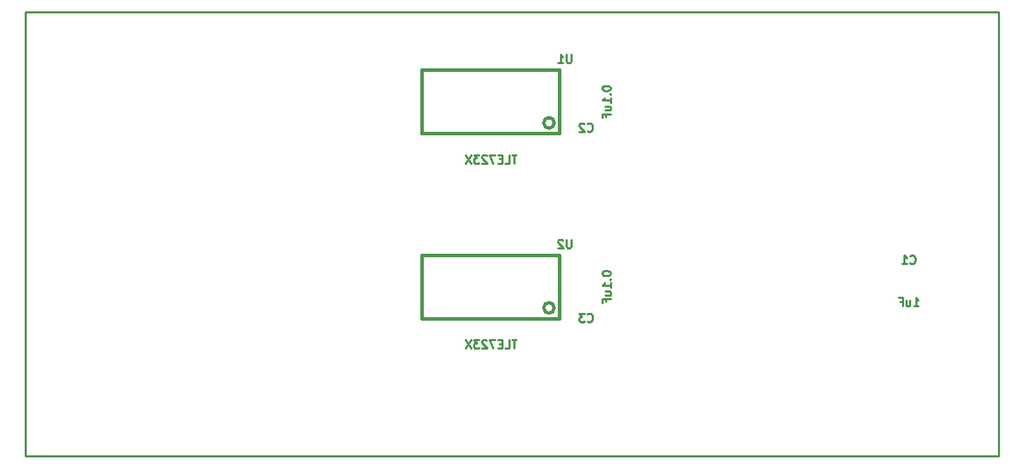
<source format=gbo>
G04 (created by PCBNEW (2013-jul-07)-stable) date Wed 20 Aug 2014 03:54:36 PM EDT*
%MOIN*%
G04 Gerber Fmt 3.4, Leading zero omitted, Abs format*
%FSLAX34Y34*%
G01*
G70*
G90*
G04 APERTURE LIST*
%ADD10C,0.00590551*%
%ADD11C,0.009*%
%ADD12C,0.005*%
%ADD13C,0.015*%
%ADD14C,0.01*%
%ADD15C,0.175*%
%ADD16O,0.08X0.12*%
%ADD17C,0.08*%
%ADD18C,0.096*%
%ADD19C,0.16*%
%ADD20C,0.18*%
%ADD21R,0.07X0.12*%
%ADD22R,0.12X0.07*%
%ADD23R,0.035X0.07*%
%ADD24C,0.17*%
G04 APERTURE END LIST*
G54D10*
G54D11*
X89500Y-51500D02*
X43500Y-51500D01*
X43500Y-30500D02*
X89500Y-30500D01*
X43500Y-30500D02*
X43500Y-51500D01*
X89500Y-51500D02*
X89500Y-30500D01*
G54D12*
X84950Y-43800D02*
X84350Y-43800D01*
X84350Y-43800D02*
X84350Y-42700D01*
X84350Y-42700D02*
X84950Y-42700D01*
X85550Y-42700D02*
X86150Y-42700D01*
X86150Y-42700D02*
X86150Y-43800D01*
X86150Y-43800D02*
X85550Y-43800D01*
X69450Y-34450D02*
X69450Y-33850D01*
X69450Y-33850D02*
X70550Y-33850D01*
X70550Y-33850D02*
X70550Y-34450D01*
X70550Y-35050D02*
X70550Y-35650D01*
X70550Y-35650D02*
X69450Y-35650D01*
X69450Y-35650D02*
X69450Y-35050D01*
X69450Y-43200D02*
X69450Y-42600D01*
X69450Y-42600D02*
X70550Y-42600D01*
X70550Y-42600D02*
X70550Y-43200D01*
X70550Y-43800D02*
X70550Y-44400D01*
X70550Y-44400D02*
X69450Y-44400D01*
X69450Y-44400D02*
X69450Y-43800D01*
G54D13*
X68500Y-35750D02*
G75*
G03X68500Y-35750I-250J0D01*
G74*
G01*
X68750Y-33250D02*
X68750Y-36250D01*
X68750Y-36250D02*
X62250Y-36250D01*
X62250Y-36250D02*
X62250Y-33250D01*
X62250Y-33250D02*
X68750Y-33250D01*
X68500Y-44500D02*
G75*
G03X68500Y-44500I-250J0D01*
G74*
G01*
X68750Y-42000D02*
X68750Y-45000D01*
X68750Y-45000D02*
X62250Y-45000D01*
X62250Y-45000D02*
X62250Y-42000D01*
X62250Y-42000D02*
X68750Y-42000D01*
G54D14*
X85316Y-42373D02*
X85335Y-42392D01*
X85392Y-42411D01*
X85430Y-42411D01*
X85488Y-42392D01*
X85526Y-42354D01*
X85545Y-42316D01*
X85564Y-42240D01*
X85564Y-42183D01*
X85545Y-42107D01*
X85526Y-42069D01*
X85488Y-42030D01*
X85430Y-42011D01*
X85392Y-42011D01*
X85335Y-42030D01*
X85316Y-42050D01*
X84935Y-42411D02*
X85164Y-42411D01*
X85049Y-42411D02*
X85049Y-42011D01*
X85088Y-42069D01*
X85126Y-42107D01*
X85164Y-42126D01*
X85488Y-44411D02*
X85716Y-44411D01*
X85602Y-44411D02*
X85602Y-44011D01*
X85640Y-44069D01*
X85678Y-44107D01*
X85716Y-44126D01*
X85145Y-44145D02*
X85145Y-44411D01*
X85316Y-44145D02*
X85316Y-44354D01*
X85297Y-44392D01*
X85259Y-44411D01*
X85202Y-44411D01*
X85164Y-44392D01*
X85145Y-44373D01*
X84821Y-44202D02*
X84954Y-44202D01*
X84954Y-44411D02*
X84954Y-44011D01*
X84764Y-44011D01*
X70066Y-36123D02*
X70085Y-36142D01*
X70142Y-36161D01*
X70180Y-36161D01*
X70238Y-36142D01*
X70276Y-36104D01*
X70295Y-36066D01*
X70314Y-35990D01*
X70314Y-35933D01*
X70295Y-35857D01*
X70276Y-35819D01*
X70238Y-35780D01*
X70180Y-35761D01*
X70142Y-35761D01*
X70085Y-35780D01*
X70066Y-35800D01*
X69914Y-35800D02*
X69895Y-35780D01*
X69857Y-35761D01*
X69761Y-35761D01*
X69723Y-35780D01*
X69704Y-35800D01*
X69685Y-35838D01*
X69685Y-35876D01*
X69704Y-35933D01*
X69933Y-36161D01*
X69685Y-36161D01*
X70761Y-34092D02*
X70761Y-34130D01*
X70780Y-34169D01*
X70800Y-34188D01*
X70838Y-34207D01*
X70914Y-34226D01*
X71009Y-34226D01*
X71085Y-34207D01*
X71123Y-34188D01*
X71142Y-34169D01*
X71161Y-34130D01*
X71161Y-34092D01*
X71142Y-34054D01*
X71123Y-34035D01*
X71085Y-34016D01*
X71009Y-33997D01*
X70914Y-33997D01*
X70838Y-34016D01*
X70800Y-34035D01*
X70780Y-34054D01*
X70761Y-34092D01*
X71123Y-34397D02*
X71142Y-34416D01*
X71161Y-34397D01*
X71142Y-34378D01*
X71123Y-34397D01*
X71161Y-34397D01*
X71161Y-34797D02*
X71161Y-34569D01*
X71161Y-34683D02*
X70761Y-34683D01*
X70819Y-34645D01*
X70857Y-34607D01*
X70876Y-34569D01*
X70895Y-35140D02*
X71161Y-35140D01*
X70895Y-34969D02*
X71104Y-34969D01*
X71142Y-34988D01*
X71161Y-35026D01*
X71161Y-35083D01*
X71142Y-35121D01*
X71123Y-35140D01*
X70952Y-35464D02*
X70952Y-35330D01*
X71161Y-35330D02*
X70761Y-35330D01*
X70761Y-35521D01*
X70066Y-45123D02*
X70085Y-45142D01*
X70142Y-45161D01*
X70180Y-45161D01*
X70238Y-45142D01*
X70276Y-45104D01*
X70295Y-45066D01*
X70314Y-44990D01*
X70314Y-44933D01*
X70295Y-44857D01*
X70276Y-44819D01*
X70238Y-44780D01*
X70180Y-44761D01*
X70142Y-44761D01*
X70085Y-44780D01*
X70066Y-44800D01*
X69933Y-44761D02*
X69685Y-44761D01*
X69819Y-44914D01*
X69761Y-44914D01*
X69723Y-44933D01*
X69704Y-44952D01*
X69685Y-44990D01*
X69685Y-45085D01*
X69704Y-45123D01*
X69723Y-45142D01*
X69761Y-45161D01*
X69876Y-45161D01*
X69914Y-45142D01*
X69933Y-45123D01*
X70761Y-42842D02*
X70761Y-42880D01*
X70780Y-42919D01*
X70800Y-42938D01*
X70838Y-42957D01*
X70914Y-42976D01*
X71009Y-42976D01*
X71085Y-42957D01*
X71123Y-42938D01*
X71142Y-42919D01*
X71161Y-42880D01*
X71161Y-42842D01*
X71142Y-42804D01*
X71123Y-42785D01*
X71085Y-42766D01*
X71009Y-42747D01*
X70914Y-42747D01*
X70838Y-42766D01*
X70800Y-42785D01*
X70780Y-42804D01*
X70761Y-42842D01*
X71123Y-43147D02*
X71142Y-43166D01*
X71161Y-43147D01*
X71142Y-43128D01*
X71123Y-43147D01*
X71161Y-43147D01*
X71161Y-43547D02*
X71161Y-43319D01*
X71161Y-43433D02*
X70761Y-43433D01*
X70819Y-43395D01*
X70857Y-43357D01*
X70876Y-43319D01*
X70895Y-43890D02*
X71161Y-43890D01*
X70895Y-43719D02*
X71104Y-43719D01*
X71142Y-43738D01*
X71161Y-43776D01*
X71161Y-43833D01*
X71142Y-43871D01*
X71123Y-43890D01*
X70952Y-44214D02*
X70952Y-44080D01*
X71161Y-44080D02*
X70761Y-44080D01*
X70761Y-44271D01*
X69304Y-32511D02*
X69304Y-32835D01*
X69285Y-32873D01*
X69266Y-32892D01*
X69228Y-32911D01*
X69152Y-32911D01*
X69114Y-32892D01*
X69095Y-32873D01*
X69076Y-32835D01*
X69076Y-32511D01*
X68676Y-32911D02*
X68904Y-32911D01*
X68790Y-32911D02*
X68790Y-32511D01*
X68828Y-32569D01*
X68866Y-32607D01*
X68904Y-32626D01*
X66719Y-37261D02*
X66490Y-37261D01*
X66604Y-37661D02*
X66604Y-37261D01*
X66166Y-37661D02*
X66357Y-37661D01*
X66357Y-37261D01*
X66033Y-37452D02*
X65900Y-37452D01*
X65842Y-37661D02*
X66033Y-37661D01*
X66033Y-37261D01*
X65842Y-37261D01*
X65709Y-37261D02*
X65442Y-37261D01*
X65614Y-37661D01*
X65309Y-37300D02*
X65290Y-37280D01*
X65252Y-37261D01*
X65157Y-37261D01*
X65119Y-37280D01*
X65100Y-37300D01*
X65080Y-37338D01*
X65080Y-37376D01*
X65100Y-37433D01*
X65328Y-37661D01*
X65080Y-37661D01*
X64947Y-37261D02*
X64700Y-37261D01*
X64833Y-37414D01*
X64776Y-37414D01*
X64738Y-37433D01*
X64719Y-37452D01*
X64700Y-37490D01*
X64700Y-37585D01*
X64719Y-37623D01*
X64738Y-37642D01*
X64776Y-37661D01*
X64890Y-37661D01*
X64928Y-37642D01*
X64947Y-37623D01*
X64566Y-37261D02*
X64300Y-37661D01*
X64300Y-37261D02*
X64566Y-37661D01*
X69304Y-41261D02*
X69304Y-41585D01*
X69285Y-41623D01*
X69266Y-41642D01*
X69228Y-41661D01*
X69152Y-41661D01*
X69114Y-41642D01*
X69095Y-41623D01*
X69076Y-41585D01*
X69076Y-41261D01*
X68904Y-41300D02*
X68885Y-41280D01*
X68847Y-41261D01*
X68752Y-41261D01*
X68714Y-41280D01*
X68695Y-41300D01*
X68676Y-41338D01*
X68676Y-41376D01*
X68695Y-41433D01*
X68923Y-41661D01*
X68676Y-41661D01*
X66719Y-46011D02*
X66490Y-46011D01*
X66604Y-46411D02*
X66604Y-46011D01*
X66166Y-46411D02*
X66357Y-46411D01*
X66357Y-46011D01*
X66033Y-46202D02*
X65900Y-46202D01*
X65842Y-46411D02*
X66033Y-46411D01*
X66033Y-46011D01*
X65842Y-46011D01*
X65709Y-46011D02*
X65442Y-46011D01*
X65614Y-46411D01*
X65309Y-46050D02*
X65290Y-46030D01*
X65252Y-46011D01*
X65157Y-46011D01*
X65119Y-46030D01*
X65100Y-46050D01*
X65080Y-46088D01*
X65080Y-46126D01*
X65100Y-46183D01*
X65328Y-46411D01*
X65080Y-46411D01*
X64947Y-46011D02*
X64700Y-46011D01*
X64833Y-46164D01*
X64776Y-46164D01*
X64738Y-46183D01*
X64719Y-46202D01*
X64700Y-46240D01*
X64700Y-46335D01*
X64719Y-46373D01*
X64738Y-46392D01*
X64776Y-46411D01*
X64890Y-46411D01*
X64928Y-46392D01*
X64947Y-46373D01*
X64566Y-46011D02*
X64300Y-46411D01*
X64300Y-46011D02*
X64566Y-46411D01*
%LPC*%
G54D15*
X50500Y-50500D03*
X51000Y-31500D03*
X83000Y-50500D03*
X80500Y-31500D03*
G54D16*
X56000Y-50500D03*
X57000Y-50500D03*
X58000Y-50500D03*
X59000Y-50500D03*
X60000Y-50500D03*
X61000Y-50500D03*
X62000Y-50500D03*
X63000Y-50500D03*
X65000Y-50500D03*
X66000Y-50500D03*
X67000Y-50500D03*
X68000Y-50500D03*
X69000Y-50500D03*
X70000Y-50500D03*
X71000Y-50500D03*
X72000Y-50500D03*
X74000Y-50500D03*
X75000Y-50500D03*
X76000Y-50500D03*
X77000Y-50500D03*
X78000Y-50500D03*
X79000Y-50500D03*
X80000Y-50500D03*
X81000Y-50500D03*
X52400Y-31500D03*
X53400Y-31500D03*
X54400Y-31500D03*
X55400Y-31500D03*
X56400Y-31500D03*
X57400Y-31500D03*
X58400Y-31500D03*
X59400Y-31500D03*
X60400Y-31500D03*
X61400Y-31500D03*
X63000Y-31500D03*
X70000Y-31500D03*
X69000Y-31500D03*
X68000Y-31500D03*
X67000Y-31500D03*
X66000Y-31500D03*
X65000Y-31500D03*
X64000Y-31500D03*
X72000Y-31500D03*
X73000Y-31500D03*
X74000Y-31500D03*
X75000Y-31500D03*
X76000Y-31500D03*
X77000Y-31500D03*
X78000Y-31500D03*
X79000Y-31500D03*
G54D17*
X82000Y-31500D03*
X83000Y-31500D03*
X82000Y-32500D03*
X83000Y-32500D03*
X82000Y-33500D03*
X83000Y-33500D03*
X82000Y-34500D03*
X83000Y-34500D03*
X82000Y-35500D03*
X83000Y-35500D03*
X82000Y-36500D03*
X83000Y-36500D03*
X82000Y-37500D03*
X83000Y-37500D03*
X82000Y-38500D03*
X83000Y-38500D03*
X82000Y-39500D03*
X83000Y-39500D03*
X82000Y-40500D03*
X83000Y-40500D03*
X82000Y-41500D03*
X83000Y-41500D03*
X82000Y-42500D03*
X83000Y-42500D03*
X82000Y-43500D03*
X83000Y-43500D03*
X82000Y-44500D03*
X83000Y-44500D03*
X82000Y-45500D03*
X83000Y-45500D03*
X82000Y-46500D03*
X83000Y-46500D03*
X82000Y-47500D03*
X83000Y-47500D03*
X82000Y-48500D03*
X83000Y-48500D03*
G54D18*
X88320Y-41000D03*
G54D19*
X87140Y-41000D03*
G54D20*
X84780Y-41000D03*
G54D19*
X87530Y-39230D03*
X87530Y-42770D03*
G54D21*
X84650Y-43250D03*
X85850Y-43250D03*
G54D22*
X70000Y-34150D03*
X70000Y-35350D03*
X70000Y-42900D03*
X70000Y-44100D03*
G54D23*
X65750Y-36750D03*
X66250Y-36750D03*
X66750Y-36750D03*
X67250Y-36750D03*
X67750Y-36750D03*
X68250Y-36750D03*
X65250Y-36750D03*
X64750Y-36750D03*
X64250Y-36750D03*
X63750Y-36750D03*
X63250Y-36750D03*
X62750Y-36750D03*
X62750Y-32750D03*
X63250Y-32750D03*
X63750Y-32750D03*
X64250Y-32750D03*
X64750Y-32750D03*
X65250Y-32750D03*
X65750Y-32750D03*
X66250Y-32750D03*
X66750Y-32750D03*
X67250Y-32750D03*
X67750Y-32750D03*
X68250Y-32750D03*
X65750Y-45500D03*
X66250Y-45500D03*
X66750Y-45500D03*
X67250Y-45500D03*
X67750Y-45500D03*
X68250Y-45500D03*
X65250Y-45500D03*
X64750Y-45500D03*
X64250Y-45500D03*
X63750Y-45500D03*
X63250Y-45500D03*
X62750Y-45500D03*
X62750Y-41500D03*
X63250Y-41500D03*
X63750Y-41500D03*
X64250Y-41500D03*
X64750Y-41500D03*
X65250Y-41500D03*
X65750Y-41500D03*
X66250Y-41500D03*
X66750Y-41500D03*
X67250Y-41500D03*
X67750Y-41500D03*
X68250Y-41500D03*
G54D24*
X44750Y-43500D03*
X44750Y-48500D03*
G54D17*
X46400Y-43300D03*
X46400Y-44300D03*
X46400Y-47700D03*
X46400Y-48700D03*
X48000Y-44250D03*
X48000Y-45250D03*
X48000Y-46250D03*
X48000Y-47250D03*
X49000Y-44750D03*
X49000Y-45750D03*
X49000Y-46750D03*
X49000Y-47750D03*
X50450Y-44250D03*
X50450Y-45250D03*
X51450Y-44750D03*
X51450Y-45750D03*
X50450Y-46250D03*
X51450Y-46750D03*
X50450Y-47250D03*
X51450Y-47750D03*
X53000Y-43300D03*
X53000Y-44300D03*
X53000Y-47700D03*
X53000Y-48700D03*
G54D24*
X44750Y-33500D03*
X44750Y-38500D03*
G54D17*
X46400Y-33300D03*
X46400Y-34300D03*
X46400Y-37700D03*
X46400Y-38700D03*
X48000Y-34250D03*
X48000Y-35250D03*
X48000Y-36250D03*
X48000Y-37250D03*
X49000Y-34750D03*
X49000Y-35750D03*
X49000Y-36750D03*
X49000Y-37750D03*
X50450Y-34250D03*
X50450Y-35250D03*
X51450Y-34750D03*
X51450Y-35750D03*
X50450Y-36250D03*
X51450Y-36750D03*
X50450Y-37250D03*
X51450Y-37750D03*
X53000Y-33300D03*
X53000Y-34300D03*
X53000Y-37700D03*
X53000Y-38700D03*
M02*

</source>
